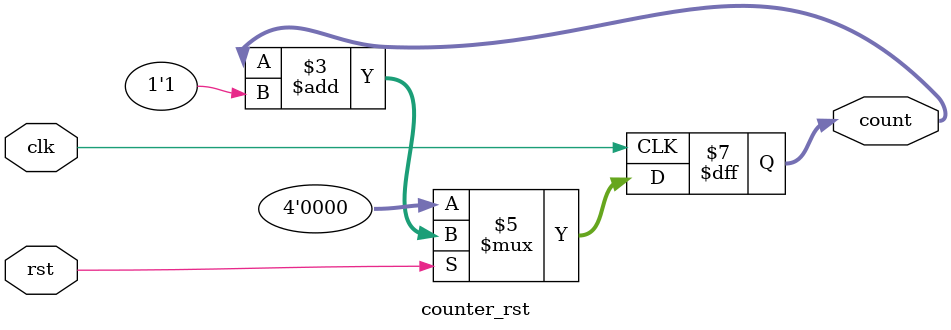
<source format=v>
module counter_rst (count, clk, rst);
output [3:0] count;
reg [3:0] count;
input clk, rst; 
//rst°¡ 1ÀÏ¶§ 1Àü´Þ
//rst°¡ 0ÀÏ¶§ Ä«¿îÅÍ ¿ªÇÒ·Î reg¿¡ Àü´Þ
always @(posedge clk)
if(rst == 0)
count <= 1'b0;
else
count <= count + 1'b1;
endmodule

</source>
